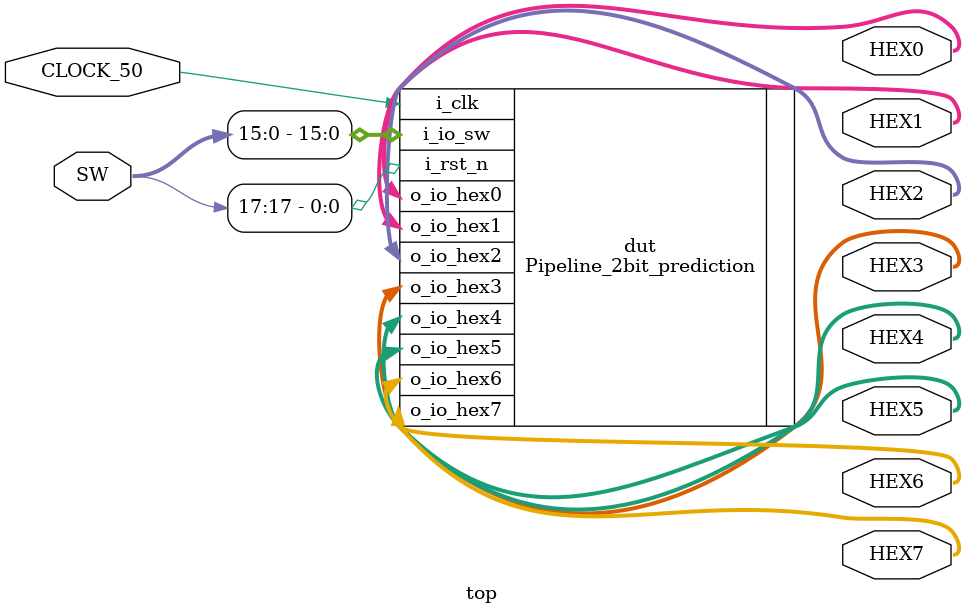
<source format=sv>
module top (
	input logic [17:0] SW,
	input logic CLOCK_50,
	output logic [6:0] HEX0,
	output logic [6:0] HEX1,
	output logic [6:0] HEX2,
	output logic [6:0] HEX3,
	output logic [6:0] HEX4,
	output logic [6:0] HEX5,
	output logic [6:0] HEX6,
	output logic [6:0] HEX7
);

Pipeline_2bit_prediction dut(
	.i_clk			(CLOCK_50),
	.i_rst_n			(SW[17]),
	.i_io_sw			(SW[15:0]),
	.o_io_hex0		(HEX0[6:0]),
	.o_io_hex1		(HEX1[6:0]),
	.o_io_hex2		(HEX2[6:0]),
	.o_io_hex3		(HEX3[6:0]),
	.o_io_hex4		(HEX4[6:0]),
	.o_io_hex5		(HEX5[6:0]),
	.o_io_hex6		(HEX6[6:0]),
	.o_io_hex7		(HEX7[6:0])
);

endmodule: top
</source>
